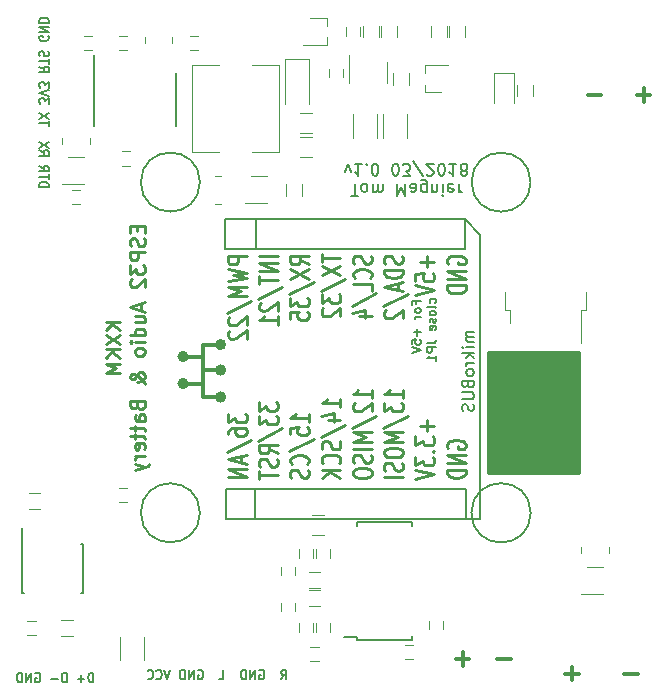
<source format=gbo>
G04 #@! TF.FileFunction,Legend,Bot*
%FSLAX46Y46*%
G04 Gerber Fmt 4.6, Leading zero omitted, Abs format (unit mm)*
G04 Created by KiCad (PCBNEW 4.0.7) date Fri Mar 16 09:41:33 2018*
%MOMM*%
%LPD*%
G01*
G04 APERTURE LIST*
%ADD10C,0.100000*%
%ADD11C,0.200000*%
%ADD12C,0.250000*%
%ADD13C,0.150000*%
%ADD14C,0.300000*%
%ADD15C,0.304800*%
%ADD16C,0.508000*%
%ADD17C,0.120000*%
%ADD18C,0.254000*%
G04 APERTURE END LIST*
D10*
D11*
X29559524Y41602381D02*
X30130953Y41602381D01*
X29845238Y42602381D02*
X29845238Y41602381D01*
X30607143Y42602381D02*
X30511905Y42554762D01*
X30464286Y42507143D01*
X30416667Y42411905D01*
X30416667Y42126190D01*
X30464286Y42030952D01*
X30511905Y41983333D01*
X30607143Y41935714D01*
X30750001Y41935714D01*
X30845239Y41983333D01*
X30892858Y42030952D01*
X30940477Y42126190D01*
X30940477Y42411905D01*
X30892858Y42507143D01*
X30845239Y42554762D01*
X30750001Y42602381D01*
X30607143Y42602381D01*
X31369048Y42602381D02*
X31369048Y41935714D01*
X31369048Y42030952D02*
X31416667Y41983333D01*
X31511905Y41935714D01*
X31654763Y41935714D01*
X31750001Y41983333D01*
X31797620Y42078571D01*
X31797620Y42602381D01*
X31797620Y42078571D02*
X31845239Y41983333D01*
X31940477Y41935714D01*
X32083334Y41935714D01*
X32178572Y41983333D01*
X32226191Y42078571D01*
X32226191Y42602381D01*
X33464286Y42602381D02*
X33464286Y41602381D01*
X33797620Y42316667D01*
X34130953Y41602381D01*
X34130953Y42602381D01*
X35035715Y42602381D02*
X35035715Y42078571D01*
X34988096Y41983333D01*
X34892858Y41935714D01*
X34702381Y41935714D01*
X34607143Y41983333D01*
X35035715Y42554762D02*
X34940477Y42602381D01*
X34702381Y42602381D01*
X34607143Y42554762D01*
X34559524Y42459524D01*
X34559524Y42364286D01*
X34607143Y42269048D01*
X34702381Y42221429D01*
X34940477Y42221429D01*
X35035715Y42173810D01*
X35940477Y41935714D02*
X35940477Y42745238D01*
X35892858Y42840476D01*
X35845239Y42888095D01*
X35750000Y42935714D01*
X35607143Y42935714D01*
X35511905Y42888095D01*
X35940477Y42554762D02*
X35845239Y42602381D01*
X35654762Y42602381D01*
X35559524Y42554762D01*
X35511905Y42507143D01*
X35464286Y42411905D01*
X35464286Y42126190D01*
X35511905Y42030952D01*
X35559524Y41983333D01*
X35654762Y41935714D01*
X35845239Y41935714D01*
X35940477Y41983333D01*
X36416667Y41935714D02*
X36416667Y42602381D01*
X36416667Y42030952D02*
X36464286Y41983333D01*
X36559524Y41935714D01*
X36702382Y41935714D01*
X36797620Y41983333D01*
X36845239Y42078571D01*
X36845239Y42602381D01*
X37321429Y42602381D02*
X37321429Y41935714D01*
X37321429Y41602381D02*
X37273810Y41650000D01*
X37321429Y41697619D01*
X37369048Y41650000D01*
X37321429Y41602381D01*
X37321429Y41697619D01*
X38178572Y42554762D02*
X38083334Y42602381D01*
X37892857Y42602381D01*
X37797619Y42554762D01*
X37750000Y42459524D01*
X37750000Y42078571D01*
X37797619Y41983333D01*
X37892857Y41935714D01*
X38083334Y41935714D01*
X38178572Y41983333D01*
X38226191Y42078571D01*
X38226191Y42173810D01*
X37750000Y42269048D01*
X38654762Y42602381D02*
X38654762Y41935714D01*
X38654762Y42126190D02*
X38702381Y42030952D01*
X38750000Y41983333D01*
X38845238Y41935714D01*
X38940477Y41935714D01*
X29059524Y43635714D02*
X29297619Y44302381D01*
X29535715Y43635714D01*
X30440477Y44302381D02*
X29869048Y44302381D01*
X30154762Y44302381D02*
X30154762Y43302381D01*
X30059524Y43445238D01*
X29964286Y43540476D01*
X29869048Y43588095D01*
X30869048Y44207143D02*
X30916667Y44254762D01*
X30869048Y44302381D01*
X30821429Y44254762D01*
X30869048Y44207143D01*
X30869048Y44302381D01*
X31535714Y43302381D02*
X31630953Y43302381D01*
X31726191Y43350000D01*
X31773810Y43397619D01*
X31821429Y43492857D01*
X31869048Y43683333D01*
X31869048Y43921429D01*
X31821429Y44111905D01*
X31773810Y44207143D01*
X31726191Y44254762D01*
X31630953Y44302381D01*
X31535714Y44302381D01*
X31440476Y44254762D01*
X31392857Y44207143D01*
X31345238Y44111905D01*
X31297619Y43921429D01*
X31297619Y43683333D01*
X31345238Y43492857D01*
X31392857Y43397619D01*
X31440476Y43350000D01*
X31535714Y43302381D01*
X33250000Y43302381D02*
X33345239Y43302381D01*
X33440477Y43350000D01*
X33488096Y43397619D01*
X33535715Y43492857D01*
X33583334Y43683333D01*
X33583334Y43921429D01*
X33535715Y44111905D01*
X33488096Y44207143D01*
X33440477Y44254762D01*
X33345239Y44302381D01*
X33250000Y44302381D01*
X33154762Y44254762D01*
X33107143Y44207143D01*
X33059524Y44111905D01*
X33011905Y43921429D01*
X33011905Y43683333D01*
X33059524Y43492857D01*
X33107143Y43397619D01*
X33154762Y43350000D01*
X33250000Y43302381D01*
X33916667Y43302381D02*
X34535715Y43302381D01*
X34202381Y43683333D01*
X34345239Y43683333D01*
X34440477Y43730952D01*
X34488096Y43778571D01*
X34535715Y43873810D01*
X34535715Y44111905D01*
X34488096Y44207143D01*
X34440477Y44254762D01*
X34345239Y44302381D01*
X34059524Y44302381D01*
X33964286Y44254762D01*
X33916667Y44207143D01*
X35678572Y43254762D02*
X34821429Y44540476D01*
X35964286Y43397619D02*
X36011905Y43350000D01*
X36107143Y43302381D01*
X36345239Y43302381D01*
X36440477Y43350000D01*
X36488096Y43397619D01*
X36535715Y43492857D01*
X36535715Y43588095D01*
X36488096Y43730952D01*
X35916667Y44302381D01*
X36535715Y44302381D01*
X37154762Y43302381D02*
X37250001Y43302381D01*
X37345239Y43350000D01*
X37392858Y43397619D01*
X37440477Y43492857D01*
X37488096Y43683333D01*
X37488096Y43921429D01*
X37440477Y44111905D01*
X37392858Y44207143D01*
X37345239Y44254762D01*
X37250001Y44302381D01*
X37154762Y44302381D01*
X37059524Y44254762D01*
X37011905Y44207143D01*
X36964286Y44111905D01*
X36916667Y43921429D01*
X36916667Y43683333D01*
X36964286Y43492857D01*
X37011905Y43397619D01*
X37059524Y43350000D01*
X37154762Y43302381D01*
X38440477Y44302381D02*
X37869048Y44302381D01*
X38154762Y44302381D02*
X38154762Y43302381D01*
X38059524Y43445238D01*
X37964286Y43540476D01*
X37869048Y43588095D01*
X39011905Y43730952D02*
X38916667Y43683333D01*
X38869048Y43635714D01*
X38821429Y43540476D01*
X38821429Y43492857D01*
X38869048Y43397619D01*
X38916667Y43350000D01*
X39011905Y43302381D01*
X39202382Y43302381D01*
X39297620Y43350000D01*
X39345239Y43397619D01*
X39392858Y43492857D01*
X39392858Y43540476D01*
X39345239Y43635714D01*
X39297620Y43683333D01*
X39202382Y43730952D01*
X39011905Y43730952D01*
X38916667Y43778571D01*
X38869048Y43826190D01*
X38821429Y43921429D01*
X38821429Y44111905D01*
X38869048Y44207143D01*
X38916667Y44254762D01*
X39011905Y44302381D01*
X39202382Y44302381D01*
X39297620Y44254762D01*
X39345239Y44207143D01*
X39392858Y44111905D01*
X39392858Y43921429D01*
X39345239Y43826190D01*
X39297620Y43778571D01*
X39202382Y43730952D01*
D12*
X10017857Y30921429D02*
X8817857Y30921429D01*
X10017857Y30235714D02*
X9332143Y30750000D01*
X8817857Y30235714D02*
X9503571Y30921429D01*
X8817857Y29835714D02*
X10017857Y29035714D01*
X8817857Y29035714D02*
X10017857Y29835714D01*
X10017857Y28578572D02*
X8817857Y28578572D01*
X10017857Y27892857D02*
X9332143Y28407143D01*
X8817857Y27892857D02*
X9503571Y28578572D01*
X10017857Y27378572D02*
X8817857Y27378572D01*
X9675000Y26978572D01*
X8817857Y26578572D01*
X10017857Y26578572D01*
X11439286Y39035713D02*
X11439286Y38635713D01*
X12067857Y38464284D02*
X12067857Y39035713D01*
X10867857Y39035713D01*
X10867857Y38464284D01*
X12010714Y38007142D02*
X12067857Y37835713D01*
X12067857Y37549999D01*
X12010714Y37435713D01*
X11953571Y37378570D01*
X11839286Y37321427D01*
X11725000Y37321427D01*
X11610714Y37378570D01*
X11553571Y37435713D01*
X11496429Y37549999D01*
X11439286Y37778570D01*
X11382143Y37892856D01*
X11325000Y37949999D01*
X11210714Y38007142D01*
X11096429Y38007142D01*
X10982143Y37949999D01*
X10925000Y37892856D01*
X10867857Y37778570D01*
X10867857Y37492856D01*
X10925000Y37321427D01*
X12067857Y36807142D02*
X10867857Y36807142D01*
X10867857Y36349999D01*
X10925000Y36235713D01*
X10982143Y36178570D01*
X11096429Y36121427D01*
X11267857Y36121427D01*
X11382143Y36178570D01*
X11439286Y36235713D01*
X11496429Y36349999D01*
X11496429Y36807142D01*
X10867857Y35721427D02*
X10867857Y34978570D01*
X11325000Y35378570D01*
X11325000Y35207142D01*
X11382143Y35092856D01*
X11439286Y35035713D01*
X11553571Y34978570D01*
X11839286Y34978570D01*
X11953571Y35035713D01*
X12010714Y35092856D01*
X12067857Y35207142D01*
X12067857Y35549999D01*
X12010714Y35664285D01*
X11953571Y35721427D01*
X10982143Y34521428D02*
X10925000Y34464285D01*
X10867857Y34349999D01*
X10867857Y34064285D01*
X10925000Y33949999D01*
X10982143Y33892856D01*
X11096429Y33835713D01*
X11210714Y33835713D01*
X11382143Y33892856D01*
X12067857Y34578570D01*
X12067857Y33835713D01*
X11725000Y32464285D02*
X11725000Y31892856D01*
X12067857Y32578570D02*
X10867857Y32178570D01*
X12067857Y31778570D01*
X11267857Y30864285D02*
X12067857Y30864285D01*
X11267857Y31378571D02*
X11896429Y31378571D01*
X12010714Y31321428D01*
X12067857Y31207142D01*
X12067857Y31035714D01*
X12010714Y30921428D01*
X11953571Y30864285D01*
X12067857Y29778571D02*
X10867857Y29778571D01*
X12010714Y29778571D02*
X12067857Y29892857D01*
X12067857Y30121428D01*
X12010714Y30235714D01*
X11953571Y30292857D01*
X11839286Y30350000D01*
X11496429Y30350000D01*
X11382143Y30292857D01*
X11325000Y30235714D01*
X11267857Y30121428D01*
X11267857Y29892857D01*
X11325000Y29778571D01*
X12067857Y29207143D02*
X11267857Y29207143D01*
X10867857Y29207143D02*
X10925000Y29264286D01*
X10982143Y29207143D01*
X10925000Y29150000D01*
X10867857Y29207143D01*
X10982143Y29207143D01*
X12067857Y28464285D02*
X12010714Y28578571D01*
X11953571Y28635714D01*
X11839286Y28692857D01*
X11496429Y28692857D01*
X11382143Y28635714D01*
X11325000Y28578571D01*
X11267857Y28464285D01*
X11267857Y28292857D01*
X11325000Y28178571D01*
X11382143Y28121428D01*
X11496429Y28064285D01*
X11839286Y28064285D01*
X11953571Y28121428D01*
X12010714Y28178571D01*
X12067857Y28292857D01*
X12067857Y28464285D01*
X12067857Y25664285D02*
X12067857Y25721428D01*
X12010714Y25835714D01*
X11839286Y26007142D01*
X11496429Y26292857D01*
X11325000Y26407142D01*
X11153571Y26464285D01*
X11039286Y26464285D01*
X10925000Y26407142D01*
X10867857Y26292857D01*
X10867857Y26235714D01*
X10925000Y26121428D01*
X11039286Y26064285D01*
X11096429Y26064285D01*
X11210714Y26121428D01*
X11267857Y26178571D01*
X11496429Y26521428D01*
X11553571Y26578571D01*
X11667857Y26635714D01*
X11839286Y26635714D01*
X11953571Y26578571D01*
X12010714Y26521428D01*
X12067857Y26407142D01*
X12067857Y26235714D01*
X12010714Y26121428D01*
X11953571Y26064285D01*
X11725000Y25892857D01*
X11553571Y25835714D01*
X11439286Y25835714D01*
X11439286Y23835714D02*
X11496429Y23664285D01*
X11553571Y23607142D01*
X11667857Y23549999D01*
X11839286Y23549999D01*
X11953571Y23607142D01*
X12010714Y23664285D01*
X12067857Y23778571D01*
X12067857Y24235714D01*
X10867857Y24235714D01*
X10867857Y23835714D01*
X10925000Y23721428D01*
X10982143Y23664285D01*
X11096429Y23607142D01*
X11210714Y23607142D01*
X11325000Y23664285D01*
X11382143Y23721428D01*
X11439286Y23835714D01*
X11439286Y24235714D01*
X12067857Y22521428D02*
X11439286Y22521428D01*
X11325000Y22578571D01*
X11267857Y22692857D01*
X11267857Y22921428D01*
X11325000Y23035714D01*
X12010714Y22521428D02*
X12067857Y22635714D01*
X12067857Y22921428D01*
X12010714Y23035714D01*
X11896429Y23092857D01*
X11782143Y23092857D01*
X11667857Y23035714D01*
X11610714Y22921428D01*
X11610714Y22635714D01*
X11553571Y22521428D01*
X11267857Y22121428D02*
X11267857Y21664285D01*
X10867857Y21950000D02*
X11896429Y21950000D01*
X12010714Y21892857D01*
X12067857Y21778571D01*
X12067857Y21664285D01*
X11267857Y21435714D02*
X11267857Y20978571D01*
X10867857Y21264286D02*
X11896429Y21264286D01*
X12010714Y21207143D01*
X12067857Y21092857D01*
X12067857Y20978571D01*
X12010714Y20121429D02*
X12067857Y20235715D01*
X12067857Y20464286D01*
X12010714Y20578572D01*
X11896429Y20635715D01*
X11439286Y20635715D01*
X11325000Y20578572D01*
X11267857Y20464286D01*
X11267857Y20235715D01*
X11325000Y20121429D01*
X11439286Y20064286D01*
X11553571Y20064286D01*
X11667857Y20635715D01*
X12067857Y19550001D02*
X11267857Y19550001D01*
X11496429Y19550001D02*
X11382143Y19492858D01*
X11325000Y19435715D01*
X11267857Y19321429D01*
X11267857Y19207144D01*
X11267857Y18921429D02*
X12067857Y18635715D01*
X11267857Y18350001D02*
X12067857Y18635715D01*
X12353571Y18750001D01*
X12410714Y18807144D01*
X12467857Y18921429D01*
D13*
X35058929Y32428572D02*
X35058929Y32678572D01*
X35451786Y32678572D02*
X34701786Y32678572D01*
X34701786Y32321429D01*
X35451786Y31928572D02*
X35416071Y32000000D01*
X35380357Y32035715D01*
X35308929Y32071429D01*
X35094643Y32071429D01*
X35023214Y32035715D01*
X34987500Y32000000D01*
X34951786Y31928572D01*
X34951786Y31821429D01*
X34987500Y31750000D01*
X35023214Y31714286D01*
X35094643Y31678572D01*
X35308929Y31678572D01*
X35380357Y31714286D01*
X35416071Y31750000D01*
X35451786Y31821429D01*
X35451786Y31928572D01*
X35451786Y31357144D02*
X34951786Y31357144D01*
X35094643Y31357144D02*
X35023214Y31321429D01*
X34987500Y31285715D01*
X34951786Y31214286D01*
X34951786Y31142858D01*
X35166071Y30321429D02*
X35166071Y29750000D01*
X35451786Y30035714D02*
X34880357Y30035714D01*
X34701786Y29035715D02*
X34701786Y29392858D01*
X35058929Y29428572D01*
X35023214Y29392858D01*
X34987500Y29321429D01*
X34987500Y29142858D01*
X35023214Y29071429D01*
X35058929Y29035715D01*
X35130357Y29000000D01*
X35308929Y29000000D01*
X35380357Y29035715D01*
X35416071Y29071429D01*
X35451786Y29142858D01*
X35451786Y29321429D01*
X35416071Y29392858D01*
X35380357Y29428572D01*
X34701786Y28785714D02*
X35451786Y28535714D01*
X34701786Y28285714D01*
X36691071Y32535714D02*
X36726786Y32607143D01*
X36726786Y32750000D01*
X36691071Y32821428D01*
X36655357Y32857143D01*
X36583929Y32892857D01*
X36369643Y32892857D01*
X36298214Y32857143D01*
X36262500Y32821428D01*
X36226786Y32750000D01*
X36226786Y32607143D01*
X36262500Y32535714D01*
X36726786Y32107143D02*
X36691071Y32178571D01*
X36619643Y32214286D01*
X35976786Y32214286D01*
X36726786Y31714286D02*
X36691071Y31785714D01*
X36655357Y31821429D01*
X36583929Y31857143D01*
X36369643Y31857143D01*
X36298214Y31821429D01*
X36262500Y31785714D01*
X36226786Y31714286D01*
X36226786Y31607143D01*
X36262500Y31535714D01*
X36298214Y31500000D01*
X36369643Y31464286D01*
X36583929Y31464286D01*
X36655357Y31500000D01*
X36691071Y31535714D01*
X36726786Y31607143D01*
X36726786Y31714286D01*
X36691071Y31178572D02*
X36726786Y31107143D01*
X36726786Y30964286D01*
X36691071Y30892858D01*
X36619643Y30857143D01*
X36583929Y30857143D01*
X36512500Y30892858D01*
X36476786Y30964286D01*
X36476786Y31071429D01*
X36441071Y31142858D01*
X36369643Y31178572D01*
X36333929Y31178572D01*
X36262500Y31142858D01*
X36226786Y31071429D01*
X36226786Y30964286D01*
X36262500Y30892858D01*
X36691071Y30250000D02*
X36726786Y30321429D01*
X36726786Y30464286D01*
X36691071Y30535715D01*
X36619643Y30571429D01*
X36333929Y30571429D01*
X36262500Y30535715D01*
X36226786Y30464286D01*
X36226786Y30321429D01*
X36262500Y30250000D01*
X36333929Y30214286D01*
X36405357Y30214286D01*
X36476786Y30571429D01*
X35976786Y29107143D02*
X36512500Y29107143D01*
X36619643Y29142857D01*
X36691071Y29214286D01*
X36726786Y29321429D01*
X36726786Y29392857D01*
X36726786Y28750000D02*
X35976786Y28750000D01*
X35976786Y28464285D01*
X36012500Y28392857D01*
X36048214Y28357142D01*
X36119643Y28321428D01*
X36226786Y28321428D01*
X36298214Y28357142D01*
X36333929Y28392857D01*
X36369643Y28464285D01*
X36369643Y28750000D01*
X36726786Y27607142D02*
X36726786Y28035714D01*
X36726786Y27821428D02*
X35976786Y27821428D01*
X36083929Y27892857D01*
X36155357Y27964285D01*
X36191071Y28035714D01*
D12*
X19098810Y23157142D02*
X19098810Y22414285D01*
X19708333Y22814285D01*
X19708333Y22642857D01*
X19784524Y22528571D01*
X19860714Y22471428D01*
X20013095Y22414285D01*
X20394048Y22414285D01*
X20546429Y22471428D01*
X20622619Y22528571D01*
X20698810Y22642857D01*
X20698810Y22985714D01*
X20622619Y23100000D01*
X20546429Y23157142D01*
X19098810Y21385714D02*
X19098810Y21614285D01*
X19175000Y21728571D01*
X19251190Y21785714D01*
X19479762Y21900000D01*
X19784524Y21957143D01*
X20394048Y21957143D01*
X20546429Y21900000D01*
X20622619Y21842857D01*
X20698810Y21728571D01*
X20698810Y21500000D01*
X20622619Y21385714D01*
X20546429Y21328571D01*
X20394048Y21271428D01*
X20013095Y21271428D01*
X19860714Y21328571D01*
X19784524Y21385714D01*
X19708333Y21500000D01*
X19708333Y21728571D01*
X19784524Y21842857D01*
X19860714Y21900000D01*
X20013095Y21957143D01*
X19022619Y19900000D02*
X21079762Y20928571D01*
X20241667Y19557143D02*
X20241667Y18985714D01*
X20698810Y19671428D02*
X19098810Y19271428D01*
X20698810Y18871428D01*
X20698810Y18471429D02*
X19098810Y18471429D01*
X20698810Y17785714D01*
X19098810Y17785714D01*
X21748810Y24128571D02*
X21748810Y23385714D01*
X22358333Y23785714D01*
X22358333Y23614286D01*
X22434524Y23500000D01*
X22510714Y23442857D01*
X22663095Y23385714D01*
X23044048Y23385714D01*
X23196429Y23442857D01*
X23272619Y23500000D01*
X23348810Y23614286D01*
X23348810Y23957143D01*
X23272619Y24071429D01*
X23196429Y24128571D01*
X21748810Y22985714D02*
X21748810Y22242857D01*
X22358333Y22642857D01*
X22358333Y22471429D01*
X22434524Y22357143D01*
X22510714Y22300000D01*
X22663095Y22242857D01*
X23044048Y22242857D01*
X23196429Y22300000D01*
X23272619Y22357143D01*
X23348810Y22471429D01*
X23348810Y22814286D01*
X23272619Y22928572D01*
X23196429Y22985714D01*
X21672619Y20871429D02*
X23729762Y21900000D01*
X23348810Y19785714D02*
X22586905Y20185714D01*
X23348810Y20471429D02*
X21748810Y20471429D01*
X21748810Y20014286D01*
X21825000Y19900000D01*
X21901190Y19842857D01*
X22053571Y19785714D01*
X22282143Y19785714D01*
X22434524Y19842857D01*
X22510714Y19900000D01*
X22586905Y20014286D01*
X22586905Y20471429D01*
X23272619Y19328572D02*
X23348810Y19157143D01*
X23348810Y18871429D01*
X23272619Y18757143D01*
X23196429Y18700000D01*
X23044048Y18642857D01*
X22891667Y18642857D01*
X22739286Y18700000D01*
X22663095Y18757143D01*
X22586905Y18871429D01*
X22510714Y19100000D01*
X22434524Y19214286D01*
X22358333Y19271429D01*
X22205952Y19328572D01*
X22053571Y19328572D01*
X21901190Y19271429D01*
X21825000Y19214286D01*
X21748810Y19100000D01*
X21748810Y18814286D01*
X21825000Y18642857D01*
X21748810Y18300000D02*
X21748810Y17614286D01*
X23348810Y17957143D02*
X21748810Y17957143D01*
X25998810Y22471428D02*
X25998810Y23157143D01*
X25998810Y22814285D02*
X24398810Y22814285D01*
X24627381Y22928571D01*
X24779762Y23042857D01*
X24855952Y23157143D01*
X24398810Y21385714D02*
X24398810Y21957143D01*
X25160714Y22014286D01*
X25084524Y21957143D01*
X25008333Y21842857D01*
X25008333Y21557143D01*
X25084524Y21442857D01*
X25160714Y21385714D01*
X25313095Y21328571D01*
X25694048Y21328571D01*
X25846429Y21385714D01*
X25922619Y21442857D01*
X25998810Y21557143D01*
X25998810Y21842857D01*
X25922619Y21957143D01*
X25846429Y22014286D01*
X24322619Y19957143D02*
X26379762Y20985714D01*
X25846429Y18871428D02*
X25922619Y18928571D01*
X25998810Y19100000D01*
X25998810Y19214286D01*
X25922619Y19385714D01*
X25770238Y19500000D01*
X25617857Y19557143D01*
X25313095Y19614286D01*
X25084524Y19614286D01*
X24779762Y19557143D01*
X24627381Y19500000D01*
X24475000Y19385714D01*
X24398810Y19214286D01*
X24398810Y19100000D01*
X24475000Y18928571D01*
X24551190Y18871428D01*
X25922619Y18414286D02*
X25998810Y18242857D01*
X25998810Y17957143D01*
X25922619Y17842857D01*
X25846429Y17785714D01*
X25694048Y17728571D01*
X25541667Y17728571D01*
X25389286Y17785714D01*
X25313095Y17842857D01*
X25236905Y17957143D01*
X25160714Y18185714D01*
X25084524Y18300000D01*
X25008333Y18357143D01*
X24855952Y18414286D01*
X24703571Y18414286D01*
X24551190Y18357143D01*
X24475000Y18300000D01*
X24398810Y18185714D01*
X24398810Y17900000D01*
X24475000Y17728571D01*
X28648810Y23671428D02*
X28648810Y24357143D01*
X28648810Y24014285D02*
X27048810Y24014285D01*
X27277381Y24128571D01*
X27429762Y24242857D01*
X27505952Y24357143D01*
X27582143Y22642857D02*
X28648810Y22642857D01*
X26972619Y22928571D02*
X28115476Y23214286D01*
X28115476Y22471428D01*
X26972619Y21157143D02*
X29029762Y22185714D01*
X28572619Y20814286D02*
X28648810Y20642857D01*
X28648810Y20357143D01*
X28572619Y20242857D01*
X28496429Y20185714D01*
X28344048Y20128571D01*
X28191667Y20128571D01*
X28039286Y20185714D01*
X27963095Y20242857D01*
X27886905Y20357143D01*
X27810714Y20585714D01*
X27734524Y20700000D01*
X27658333Y20757143D01*
X27505952Y20814286D01*
X27353571Y20814286D01*
X27201190Y20757143D01*
X27125000Y20700000D01*
X27048810Y20585714D01*
X27048810Y20300000D01*
X27125000Y20128571D01*
X28496429Y18928571D02*
X28572619Y18985714D01*
X28648810Y19157143D01*
X28648810Y19271429D01*
X28572619Y19442857D01*
X28420238Y19557143D01*
X28267857Y19614286D01*
X27963095Y19671429D01*
X27734524Y19671429D01*
X27429762Y19614286D01*
X27277381Y19557143D01*
X27125000Y19442857D01*
X27048810Y19271429D01*
X27048810Y19157143D01*
X27125000Y18985714D01*
X27201190Y18928571D01*
X28648810Y18414286D02*
X27048810Y18414286D01*
X28648810Y17728571D02*
X27734524Y18242857D01*
X27048810Y17728571D02*
X27963095Y18414286D01*
X31298810Y24471429D02*
X31298810Y25157144D01*
X31298810Y24814286D02*
X29698810Y24814286D01*
X29927381Y24928572D01*
X30079762Y25042858D01*
X30155952Y25157144D01*
X29851190Y24014287D02*
X29775000Y23957144D01*
X29698810Y23842858D01*
X29698810Y23557144D01*
X29775000Y23442858D01*
X29851190Y23385715D01*
X30003571Y23328572D01*
X30155952Y23328572D01*
X30384524Y23385715D01*
X31298810Y24071429D01*
X31298810Y23328572D01*
X29622619Y21957144D02*
X31679762Y22985715D01*
X31298810Y21557144D02*
X29698810Y21557144D01*
X30841667Y21157144D01*
X29698810Y20757144D01*
X31298810Y20757144D01*
X31298810Y20185715D02*
X29698810Y20185715D01*
X31222619Y19671429D02*
X31298810Y19500000D01*
X31298810Y19214286D01*
X31222619Y19100000D01*
X31146429Y19042857D01*
X30994048Y18985714D01*
X30841667Y18985714D01*
X30689286Y19042857D01*
X30613095Y19100000D01*
X30536905Y19214286D01*
X30460714Y19442857D01*
X30384524Y19557143D01*
X30308333Y19614286D01*
X30155952Y19671429D01*
X30003571Y19671429D01*
X29851190Y19614286D01*
X29775000Y19557143D01*
X29698810Y19442857D01*
X29698810Y19157143D01*
X29775000Y18985714D01*
X29698810Y18242857D02*
X29698810Y18014286D01*
X29775000Y17900000D01*
X29927381Y17785714D01*
X30232143Y17728572D01*
X30765476Y17728572D01*
X31070238Y17785714D01*
X31222619Y17900000D01*
X31298810Y18014286D01*
X31298810Y18242857D01*
X31222619Y18357143D01*
X31070238Y18471429D01*
X30765476Y18528572D01*
X30232143Y18528572D01*
X29927381Y18471429D01*
X29775000Y18357143D01*
X29698810Y18242857D01*
X33948810Y24471429D02*
X33948810Y25157144D01*
X33948810Y24814286D02*
X32348810Y24814286D01*
X32577381Y24928572D01*
X32729762Y25042858D01*
X32805952Y25157144D01*
X32348810Y24071429D02*
X32348810Y23328572D01*
X32958333Y23728572D01*
X32958333Y23557144D01*
X33034524Y23442858D01*
X33110714Y23385715D01*
X33263095Y23328572D01*
X33644048Y23328572D01*
X33796429Y23385715D01*
X33872619Y23442858D01*
X33948810Y23557144D01*
X33948810Y23900001D01*
X33872619Y24014287D01*
X33796429Y24071429D01*
X32272619Y21957144D02*
X34329762Y22985715D01*
X33948810Y21557144D02*
X32348810Y21557144D01*
X33491667Y21157144D01*
X32348810Y20757144D01*
X33948810Y20757144D01*
X32348810Y19957143D02*
X32348810Y19728572D01*
X32425000Y19614286D01*
X32577381Y19500000D01*
X32882143Y19442858D01*
X33415476Y19442858D01*
X33720238Y19500000D01*
X33872619Y19614286D01*
X33948810Y19728572D01*
X33948810Y19957143D01*
X33872619Y20071429D01*
X33720238Y20185715D01*
X33415476Y20242858D01*
X32882143Y20242858D01*
X32577381Y20185715D01*
X32425000Y20071429D01*
X32348810Y19957143D01*
X33872619Y18985715D02*
X33948810Y18814286D01*
X33948810Y18528572D01*
X33872619Y18414286D01*
X33796429Y18357143D01*
X33644048Y18300000D01*
X33491667Y18300000D01*
X33339286Y18357143D01*
X33263095Y18414286D01*
X33186905Y18528572D01*
X33110714Y18757143D01*
X33034524Y18871429D01*
X32958333Y18928572D01*
X32805952Y18985715D01*
X32653571Y18985715D01*
X32501190Y18928572D01*
X32425000Y18871429D01*
X32348810Y18757143D01*
X32348810Y18471429D01*
X32425000Y18300000D01*
X33948810Y17785715D02*
X32348810Y17785715D01*
X35989286Y22585714D02*
X35989286Y21671428D01*
X36598810Y22128571D02*
X35379762Y22128571D01*
X34998810Y21214285D02*
X34998810Y20471428D01*
X35608333Y20871428D01*
X35608333Y20700000D01*
X35684524Y20585714D01*
X35760714Y20528571D01*
X35913095Y20471428D01*
X36294048Y20471428D01*
X36446429Y20528571D01*
X36522619Y20585714D01*
X36598810Y20700000D01*
X36598810Y21042857D01*
X36522619Y21157143D01*
X36446429Y21214285D01*
X36446429Y19957143D02*
X36522619Y19900000D01*
X36598810Y19957143D01*
X36522619Y20014286D01*
X36446429Y19957143D01*
X36598810Y19957143D01*
X34998810Y19499999D02*
X34998810Y18757142D01*
X35608333Y19157142D01*
X35608333Y18985714D01*
X35684524Y18871428D01*
X35760714Y18814285D01*
X35913095Y18757142D01*
X36294048Y18757142D01*
X36446429Y18814285D01*
X36522619Y18871428D01*
X36598810Y18985714D01*
X36598810Y19328571D01*
X36522619Y19442857D01*
X36446429Y19499999D01*
X34998810Y18414285D02*
X36598810Y18014285D01*
X34998810Y17614285D01*
X37725000Y20242857D02*
X37648810Y20357143D01*
X37648810Y20528572D01*
X37725000Y20700000D01*
X37877381Y20814286D01*
X38029762Y20871429D01*
X38334524Y20928572D01*
X38563095Y20928572D01*
X38867857Y20871429D01*
X39020238Y20814286D01*
X39172619Y20700000D01*
X39248810Y20528572D01*
X39248810Y20414286D01*
X39172619Y20242857D01*
X39096429Y20185714D01*
X38563095Y20185714D01*
X38563095Y20414286D01*
X39248810Y19671429D02*
X37648810Y19671429D01*
X39248810Y18985714D01*
X37648810Y18985714D01*
X39248810Y18414286D02*
X37648810Y18414286D01*
X37648810Y18128571D01*
X37725000Y17957143D01*
X37877381Y17842857D01*
X38029762Y17785714D01*
X38334524Y17728571D01*
X38563095Y17728571D01*
X38867857Y17785714D01*
X39020238Y17842857D01*
X39172619Y17957143D01*
X39248810Y18128571D01*
X39248810Y18414286D01*
X20698810Y36464286D02*
X19098810Y36464286D01*
X19098810Y36007143D01*
X19175000Y35892857D01*
X19251190Y35835714D01*
X19403571Y35778571D01*
X19632143Y35778571D01*
X19784524Y35835714D01*
X19860714Y35892857D01*
X19936905Y36007143D01*
X19936905Y36464286D01*
X19098810Y35378571D02*
X20698810Y35092857D01*
X19555952Y34864286D01*
X20698810Y34635714D01*
X19098810Y34350000D01*
X20698810Y33892857D02*
X19098810Y33892857D01*
X20241667Y33492857D01*
X19098810Y33092857D01*
X20698810Y33092857D01*
X19022619Y31664285D02*
X21079762Y32692856D01*
X19251190Y31321428D02*
X19175000Y31264285D01*
X19098810Y31149999D01*
X19098810Y30864285D01*
X19175000Y30749999D01*
X19251190Y30692856D01*
X19403571Y30635713D01*
X19555952Y30635713D01*
X19784524Y30692856D01*
X20698810Y31378570D01*
X20698810Y30635713D01*
X19251190Y30178571D02*
X19175000Y30121428D01*
X19098810Y30007142D01*
X19098810Y29721428D01*
X19175000Y29607142D01*
X19251190Y29549999D01*
X19403571Y29492856D01*
X19555952Y29492856D01*
X19784524Y29549999D01*
X20698810Y30235713D01*
X20698810Y29492856D01*
X23348810Y36464286D02*
X21748810Y36464286D01*
X23348810Y35892857D02*
X21748810Y35892857D01*
X23348810Y35207142D01*
X21748810Y35207142D01*
X21748810Y34807142D02*
X21748810Y34121428D01*
X23348810Y34464285D02*
X21748810Y34464285D01*
X21672619Y32864285D02*
X23729762Y33892856D01*
X21901190Y32521428D02*
X21825000Y32464285D01*
X21748810Y32349999D01*
X21748810Y32064285D01*
X21825000Y31949999D01*
X21901190Y31892856D01*
X22053571Y31835713D01*
X22205952Y31835713D01*
X22434524Y31892856D01*
X23348810Y32578570D01*
X23348810Y31835713D01*
X23348810Y30692856D02*
X23348810Y31378571D01*
X23348810Y31035713D02*
X21748810Y31035713D01*
X21977381Y31149999D01*
X22129762Y31264285D01*
X22205952Y31378571D01*
X25998810Y35778571D02*
X25236905Y36178571D01*
X25998810Y36464286D02*
X24398810Y36464286D01*
X24398810Y36007143D01*
X24475000Y35892857D01*
X24551190Y35835714D01*
X24703571Y35778571D01*
X24932143Y35778571D01*
X25084524Y35835714D01*
X25160714Y35892857D01*
X25236905Y36007143D01*
X25236905Y36464286D01*
X24398810Y35378571D02*
X25998810Y34578571D01*
X24398810Y34578571D02*
X25998810Y35378571D01*
X24322619Y33264286D02*
X26379762Y34292857D01*
X24398810Y32978571D02*
X24398810Y32235714D01*
X25008333Y32635714D01*
X25008333Y32464286D01*
X25084524Y32350000D01*
X25160714Y32292857D01*
X25313095Y32235714D01*
X25694048Y32235714D01*
X25846429Y32292857D01*
X25922619Y32350000D01*
X25998810Y32464286D01*
X25998810Y32807143D01*
X25922619Y32921429D01*
X25846429Y32978571D01*
X24398810Y31150000D02*
X24398810Y31721429D01*
X25160714Y31778572D01*
X25084524Y31721429D01*
X25008333Y31607143D01*
X25008333Y31321429D01*
X25084524Y31207143D01*
X25160714Y31150000D01*
X25313095Y31092857D01*
X25694048Y31092857D01*
X25846429Y31150000D01*
X25922619Y31207143D01*
X25998810Y31321429D01*
X25998810Y31607143D01*
X25922619Y31721429D01*
X25846429Y31778572D01*
X27048810Y36635714D02*
X27048810Y35950000D01*
X28648810Y36292857D02*
X27048810Y36292857D01*
X27048810Y35664285D02*
X28648810Y34864285D01*
X27048810Y34864285D02*
X28648810Y35664285D01*
X26972619Y33550000D02*
X29029762Y34578571D01*
X27048810Y33264285D02*
X27048810Y32521428D01*
X27658333Y32921428D01*
X27658333Y32750000D01*
X27734524Y32635714D01*
X27810714Y32578571D01*
X27963095Y32521428D01*
X28344048Y32521428D01*
X28496429Y32578571D01*
X28572619Y32635714D01*
X28648810Y32750000D01*
X28648810Y33092857D01*
X28572619Y33207143D01*
X28496429Y33264285D01*
X27201190Y32064286D02*
X27125000Y32007143D01*
X27048810Y31892857D01*
X27048810Y31607143D01*
X27125000Y31492857D01*
X27201190Y31435714D01*
X27353571Y31378571D01*
X27505952Y31378571D01*
X27734524Y31435714D01*
X28648810Y32121428D01*
X28648810Y31378571D01*
X31222619Y36521429D02*
X31298810Y36350000D01*
X31298810Y36064286D01*
X31222619Y35950000D01*
X31146429Y35892857D01*
X30994048Y35835714D01*
X30841667Y35835714D01*
X30689286Y35892857D01*
X30613095Y35950000D01*
X30536905Y36064286D01*
X30460714Y36292857D01*
X30384524Y36407143D01*
X30308333Y36464286D01*
X30155952Y36521429D01*
X30003571Y36521429D01*
X29851190Y36464286D01*
X29775000Y36407143D01*
X29698810Y36292857D01*
X29698810Y36007143D01*
X29775000Y35835714D01*
X31146429Y34635714D02*
X31222619Y34692857D01*
X31298810Y34864286D01*
X31298810Y34978572D01*
X31222619Y35150000D01*
X31070238Y35264286D01*
X30917857Y35321429D01*
X30613095Y35378572D01*
X30384524Y35378572D01*
X30079762Y35321429D01*
X29927381Y35264286D01*
X29775000Y35150000D01*
X29698810Y34978572D01*
X29698810Y34864286D01*
X29775000Y34692857D01*
X29851190Y34635714D01*
X31298810Y33550000D02*
X31298810Y34121429D01*
X29698810Y34121429D01*
X29622619Y32292857D02*
X31679762Y33321428D01*
X30232143Y31378571D02*
X31298810Y31378571D01*
X29622619Y31664285D02*
X30765476Y31950000D01*
X30765476Y31207142D01*
X33872619Y36521429D02*
X33948810Y36350000D01*
X33948810Y36064286D01*
X33872619Y35950000D01*
X33796429Y35892857D01*
X33644048Y35835714D01*
X33491667Y35835714D01*
X33339286Y35892857D01*
X33263095Y35950000D01*
X33186905Y36064286D01*
X33110714Y36292857D01*
X33034524Y36407143D01*
X32958333Y36464286D01*
X32805952Y36521429D01*
X32653571Y36521429D01*
X32501190Y36464286D01*
X32425000Y36407143D01*
X32348810Y36292857D01*
X32348810Y36007143D01*
X32425000Y35835714D01*
X33948810Y35321429D02*
X32348810Y35321429D01*
X32348810Y35035714D01*
X32425000Y34864286D01*
X32577381Y34750000D01*
X32729762Y34692857D01*
X33034524Y34635714D01*
X33263095Y34635714D01*
X33567857Y34692857D01*
X33720238Y34750000D01*
X33872619Y34864286D01*
X33948810Y35035714D01*
X33948810Y35321429D01*
X33491667Y34178572D02*
X33491667Y33607143D01*
X33948810Y34292857D02*
X32348810Y33892857D01*
X33948810Y33492857D01*
X32272619Y32235715D02*
X34329762Y33264286D01*
X32501190Y31892858D02*
X32425000Y31835715D01*
X32348810Y31721429D01*
X32348810Y31435715D01*
X32425000Y31321429D01*
X32501190Y31264286D01*
X32653571Y31207143D01*
X32805952Y31207143D01*
X33034524Y31264286D01*
X33948810Y31950000D01*
X33948810Y31207143D01*
X35989286Y36464286D02*
X35989286Y35550000D01*
X36598810Y36007143D02*
X35379762Y36007143D01*
X34998810Y34407143D02*
X34998810Y34978572D01*
X35760714Y35035715D01*
X35684524Y34978572D01*
X35608333Y34864286D01*
X35608333Y34578572D01*
X35684524Y34464286D01*
X35760714Y34407143D01*
X35913095Y34350000D01*
X36294048Y34350000D01*
X36446429Y34407143D01*
X36522619Y34464286D01*
X36598810Y34578572D01*
X36598810Y34864286D01*
X36522619Y34978572D01*
X36446429Y35035715D01*
X34998810Y34007143D02*
X36598810Y33607143D01*
X34998810Y33207143D01*
X37725000Y35835714D02*
X37648810Y35950000D01*
X37648810Y36121429D01*
X37725000Y36292857D01*
X37877381Y36407143D01*
X38029762Y36464286D01*
X38334524Y36521429D01*
X38563095Y36521429D01*
X38867857Y36464286D01*
X39020238Y36407143D01*
X39172619Y36292857D01*
X39248810Y36121429D01*
X39248810Y36007143D01*
X39172619Y35835714D01*
X39096429Y35778571D01*
X38563095Y35778571D01*
X38563095Y36007143D01*
X39248810Y35264286D02*
X37648810Y35264286D01*
X39248810Y34578571D01*
X37648810Y34578571D01*
X39248810Y34007143D02*
X37648810Y34007143D01*
X37648810Y33721428D01*
X37725000Y33550000D01*
X37877381Y33435714D01*
X38029762Y33378571D01*
X38334524Y33321428D01*
X38563095Y33321428D01*
X38867857Y33378571D01*
X39020238Y33435714D01*
X39172619Y33550000D01*
X39248810Y33721428D01*
X39248810Y34007143D01*
D11*
X39952381Y30083333D02*
X39285714Y30083333D01*
X39380952Y30083333D02*
X39333333Y30035714D01*
X39285714Y29940476D01*
X39285714Y29797618D01*
X39333333Y29702380D01*
X39428571Y29654761D01*
X39952381Y29654761D01*
X39428571Y29654761D02*
X39333333Y29607142D01*
X39285714Y29511904D01*
X39285714Y29369047D01*
X39333333Y29273809D01*
X39428571Y29226190D01*
X39952381Y29226190D01*
X39952381Y28750000D02*
X39285714Y28750000D01*
X38952381Y28750000D02*
X39000000Y28797619D01*
X39047619Y28750000D01*
X39000000Y28702381D01*
X38952381Y28750000D01*
X39047619Y28750000D01*
X39952381Y28273810D02*
X38952381Y28273810D01*
X39571429Y28178572D02*
X39952381Y27892857D01*
X39285714Y27892857D02*
X39666667Y28273810D01*
X39952381Y27464286D02*
X39285714Y27464286D01*
X39476190Y27464286D02*
X39380952Y27416667D01*
X39333333Y27369048D01*
X39285714Y27273810D01*
X39285714Y27178571D01*
X39952381Y26702381D02*
X39904762Y26797619D01*
X39857143Y26845238D01*
X39761905Y26892857D01*
X39476190Y26892857D01*
X39380952Y26845238D01*
X39333333Y26797619D01*
X39285714Y26702381D01*
X39285714Y26559523D01*
X39333333Y26464285D01*
X39380952Y26416666D01*
X39476190Y26369047D01*
X39761905Y26369047D01*
X39857143Y26416666D01*
X39904762Y26464285D01*
X39952381Y26559523D01*
X39952381Y26702381D01*
X39428571Y25607142D02*
X39476190Y25464285D01*
X39523810Y25416666D01*
X39619048Y25369047D01*
X39761905Y25369047D01*
X39857143Y25416666D01*
X39904762Y25464285D01*
X39952381Y25559523D01*
X39952381Y25940476D01*
X38952381Y25940476D01*
X38952381Y25607142D01*
X39000000Y25511904D01*
X39047619Y25464285D01*
X39142857Y25416666D01*
X39238095Y25416666D01*
X39333333Y25464285D01*
X39380952Y25511904D01*
X39428571Y25607142D01*
X39428571Y25940476D01*
X38952381Y24940476D02*
X39761905Y24940476D01*
X39857143Y24892857D01*
X39904762Y24845238D01*
X39952381Y24750000D01*
X39952381Y24559523D01*
X39904762Y24464285D01*
X39857143Y24416666D01*
X39761905Y24369047D01*
X38952381Y24369047D01*
X39904762Y23940476D02*
X39952381Y23797619D01*
X39952381Y23559523D01*
X39904762Y23464285D01*
X39857143Y23416666D01*
X39761905Y23369047D01*
X39666667Y23369047D01*
X39571429Y23416666D01*
X39523810Y23464285D01*
X39476190Y23559523D01*
X39428571Y23750000D01*
X39380952Y23845238D01*
X39333333Y23892857D01*
X39238095Y23940476D01*
X39142857Y23940476D01*
X39047619Y23892857D01*
X39000000Y23845238D01*
X38952381Y23750000D01*
X38952381Y23511904D01*
X39000000Y23369047D01*
D13*
X7714286Y388095D02*
X7714286Y1188095D01*
X7535714Y1188095D01*
X7428571Y1150000D01*
X7357143Y1073810D01*
X7321428Y997619D01*
X7285714Y845238D01*
X7285714Y730952D01*
X7321428Y578571D01*
X7357143Y502381D01*
X7428571Y426190D01*
X7535714Y388095D01*
X7714286Y388095D01*
X6964286Y692857D02*
X6392857Y692857D01*
X6678571Y388095D02*
X6678571Y997619D01*
X5464286Y388095D02*
X5464286Y1188095D01*
X5285714Y1188095D01*
X5178571Y1150000D01*
X5107143Y1073810D01*
X5071428Y997619D01*
X5035714Y845238D01*
X5035714Y730952D01*
X5071428Y578571D01*
X5107143Y502381D01*
X5178571Y426190D01*
X5285714Y388095D01*
X5464286Y388095D01*
X4714286Y692857D02*
X4142857Y692857D01*
X2821428Y1150000D02*
X2892857Y1188095D01*
X3000000Y1188095D01*
X3107143Y1150000D01*
X3178571Y1073810D01*
X3214286Y997619D01*
X3250000Y845238D01*
X3250000Y730952D01*
X3214286Y578571D01*
X3178571Y502381D01*
X3107143Y426190D01*
X3000000Y388095D01*
X2928571Y388095D01*
X2821428Y426190D01*
X2785714Y464286D01*
X2785714Y730952D01*
X2928571Y730952D01*
X2464286Y388095D02*
X2464286Y1188095D01*
X2035714Y388095D01*
X2035714Y1188095D01*
X1678572Y388095D02*
X1678572Y1188095D01*
X1500000Y1188095D01*
X1392857Y1150000D01*
X1321429Y1073810D01*
X1285714Y997619D01*
X1250000Y845238D01*
X1250000Y730952D01*
X1285714Y578571D01*
X1321429Y502381D01*
X1392857Y426190D01*
X1500000Y388095D01*
X1678572Y388095D01*
X23642858Y638095D02*
X23892858Y1019048D01*
X24071430Y638095D02*
X24071430Y1438095D01*
X23785715Y1438095D01*
X23714287Y1400000D01*
X23678572Y1361905D01*
X23642858Y1285714D01*
X23642858Y1171429D01*
X23678572Y1095238D01*
X23714287Y1057143D01*
X23785715Y1019048D01*
X24071430Y1019048D01*
X21785714Y1400000D02*
X21857143Y1438095D01*
X21964286Y1438095D01*
X22071429Y1400000D01*
X22142857Y1323810D01*
X22178572Y1247619D01*
X22214286Y1095238D01*
X22214286Y980952D01*
X22178572Y828571D01*
X22142857Y752381D01*
X22071429Y676190D01*
X21964286Y638095D01*
X21892857Y638095D01*
X21785714Y676190D01*
X21750000Y714286D01*
X21750000Y980952D01*
X21892857Y980952D01*
X21428572Y638095D02*
X21428572Y1438095D01*
X21000000Y638095D01*
X21000000Y1438095D01*
X20642858Y638095D02*
X20642858Y1438095D01*
X20464286Y1438095D01*
X20357143Y1400000D01*
X20285715Y1323810D01*
X20250000Y1247619D01*
X20214286Y1095238D01*
X20214286Y980952D01*
X20250000Y828571D01*
X20285715Y752381D01*
X20357143Y676190D01*
X20464286Y638095D01*
X20642858Y638095D01*
X18392857Y638095D02*
X18750000Y638095D01*
X18750000Y1438095D01*
X16607141Y1400000D02*
X16678570Y1438095D01*
X16785713Y1438095D01*
X16892856Y1400000D01*
X16964284Y1323810D01*
X16999999Y1247619D01*
X17035713Y1095238D01*
X17035713Y980952D01*
X16999999Y828571D01*
X16964284Y752381D01*
X16892856Y676190D01*
X16785713Y638095D01*
X16714284Y638095D01*
X16607141Y676190D01*
X16571427Y714286D01*
X16571427Y980952D01*
X16714284Y980952D01*
X16249999Y638095D02*
X16249999Y1438095D01*
X15821427Y638095D01*
X15821427Y1438095D01*
X15464285Y638095D02*
X15464285Y1438095D01*
X15285713Y1438095D01*
X15178570Y1400000D01*
X15107142Y1323810D01*
X15071427Y1247619D01*
X15035713Y1095238D01*
X15035713Y980952D01*
X15071427Y828571D01*
X15107142Y752381D01*
X15178570Y676190D01*
X15285713Y638095D01*
X15464285Y638095D01*
X14249998Y1438095D02*
X13999998Y638095D01*
X13749998Y1438095D01*
X13071427Y714286D02*
X13107141Y676190D01*
X13214284Y638095D01*
X13285713Y638095D01*
X13392856Y676190D01*
X13464284Y752381D01*
X13499999Y828571D01*
X13535713Y980952D01*
X13535713Y1095238D01*
X13499999Y1247619D01*
X13464284Y1323810D01*
X13392856Y1400000D01*
X13285713Y1438095D01*
X13214284Y1438095D01*
X13107141Y1400000D01*
X13071427Y1361905D01*
X12321427Y714286D02*
X12357141Y676190D01*
X12464284Y638095D01*
X12535713Y638095D01*
X12642856Y676190D01*
X12714284Y752381D01*
X12749999Y828571D01*
X12785713Y980952D01*
X12785713Y1095238D01*
X12749999Y1247619D01*
X12714284Y1323810D01*
X12642856Y1400000D01*
X12535713Y1438095D01*
X12464284Y1438095D01*
X12357141Y1400000D01*
X12321427Y1361905D01*
D14*
X43071428Y2392857D02*
X41928571Y2392857D01*
X39571428Y2392857D02*
X38428571Y2392857D01*
X39000000Y1821429D02*
X39000000Y2964286D01*
X53821428Y1142857D02*
X52678571Y1142857D01*
X48821428Y1142857D02*
X47678571Y1142857D01*
X48250000Y571429D02*
X48250000Y1714286D01*
D13*
X3138095Y42357140D02*
X3938095Y42357140D01*
X3938095Y42535712D01*
X3900000Y42642855D01*
X3823810Y42714283D01*
X3747619Y42749998D01*
X3595238Y42785712D01*
X3480952Y42785712D01*
X3328571Y42749998D01*
X3252381Y42714283D01*
X3176190Y42642855D01*
X3138095Y42535712D01*
X3138095Y42357140D01*
X3938095Y42999998D02*
X3938095Y43428569D01*
X3138095Y43214283D02*
X3938095Y43214283D01*
X3138095Y44107141D02*
X3519048Y43857141D01*
X3138095Y43678569D02*
X3938095Y43678569D01*
X3938095Y43964284D01*
X3900000Y44035712D01*
X3861905Y44071427D01*
X3785714Y44107141D01*
X3671429Y44107141D01*
X3595238Y44071427D01*
X3557143Y44035712D01*
X3519048Y43964284D01*
X3519048Y43678569D01*
X3138095Y45428570D02*
X3519048Y45178570D01*
X3138095Y44999998D02*
X3938095Y44999998D01*
X3938095Y45285713D01*
X3900000Y45357141D01*
X3861905Y45392856D01*
X3785714Y45428570D01*
X3671429Y45428570D01*
X3595238Y45392856D01*
X3557143Y45357141D01*
X3519048Y45285713D01*
X3519048Y44999998D01*
X3938095Y45678570D02*
X3138095Y46178570D01*
X3938095Y46178570D02*
X3138095Y45678570D01*
X3938095Y47500000D02*
X3938095Y47928571D01*
X3138095Y47714285D02*
X3938095Y47714285D01*
X3938095Y48107143D02*
X3138095Y48607143D01*
X3938095Y48607143D02*
X3138095Y48107143D01*
X3938095Y49392858D02*
X3938095Y49857144D01*
X3633333Y49607144D01*
X3633333Y49714286D01*
X3595238Y49785715D01*
X3557143Y49821429D01*
X3480952Y49857144D01*
X3290476Y49857144D01*
X3214286Y49821429D01*
X3176190Y49785715D01*
X3138095Y49714286D01*
X3138095Y49500001D01*
X3176190Y49428572D01*
X3214286Y49392858D01*
X3938095Y50071430D02*
X3138095Y50321430D01*
X3938095Y50571430D01*
X3938095Y50750001D02*
X3938095Y51214287D01*
X3633333Y50964287D01*
X3633333Y51071429D01*
X3595238Y51142858D01*
X3557143Y51178572D01*
X3480952Y51214287D01*
X3290476Y51214287D01*
X3214286Y51178572D01*
X3176190Y51142858D01*
X3138095Y51071429D01*
X3138095Y50857144D01*
X3176190Y50785715D01*
X3214286Y50750001D01*
X3138095Y52535716D02*
X3519048Y52285716D01*
X3138095Y52107144D02*
X3938095Y52107144D01*
X3938095Y52392859D01*
X3900000Y52464287D01*
X3861905Y52500002D01*
X3785714Y52535716D01*
X3671429Y52535716D01*
X3595238Y52500002D01*
X3557143Y52464287D01*
X3519048Y52392859D01*
X3519048Y52107144D01*
X3938095Y52750002D02*
X3938095Y53178573D01*
X3138095Y52964287D02*
X3938095Y52964287D01*
X3176190Y53392859D02*
X3138095Y53500002D01*
X3138095Y53678573D01*
X3176190Y53750002D01*
X3214286Y53785716D01*
X3290476Y53821431D01*
X3366667Y53821431D01*
X3442857Y53785716D01*
X3480952Y53750002D01*
X3519048Y53678573D01*
X3557143Y53535716D01*
X3595238Y53464288D01*
X3633333Y53428573D01*
X3709524Y53392859D01*
X3785714Y53392859D01*
X3861905Y53428573D01*
X3900000Y53464288D01*
X3938095Y53535716D01*
X3938095Y53714288D01*
X3900000Y53821431D01*
X3900000Y55107146D02*
X3938095Y55035717D01*
X3938095Y54928574D01*
X3900000Y54821431D01*
X3823810Y54750003D01*
X3747619Y54714288D01*
X3595238Y54678574D01*
X3480952Y54678574D01*
X3328571Y54714288D01*
X3252381Y54750003D01*
X3176190Y54821431D01*
X3138095Y54928574D01*
X3138095Y55000003D01*
X3176190Y55107146D01*
X3214286Y55142860D01*
X3480952Y55142860D01*
X3480952Y55000003D01*
X3138095Y55464288D02*
X3938095Y55464288D01*
X3138095Y55892860D01*
X3938095Y55892860D01*
X3138095Y56250002D02*
X3938095Y56250002D01*
X3938095Y56428574D01*
X3900000Y56535717D01*
X3823810Y56607145D01*
X3747619Y56642860D01*
X3595238Y56678574D01*
X3480952Y56678574D01*
X3328571Y56642860D01*
X3252381Y56607145D01*
X3176190Y56535717D01*
X3138095Y56428574D01*
X3138095Y56250002D01*
D14*
X54892857Y50142857D02*
X53750000Y50142857D01*
X54321429Y49571429D02*
X54321429Y50714286D01*
X50750000Y50142857D02*
X49607143Y50142857D01*
D11*
X16750000Y42750000D02*
G75*
G03X16750000Y42750000I-2500000J0D01*
G01*
X44750000Y42750000D02*
G75*
G03X44750000Y42750000I-2500000J0D01*
G01*
X16750000Y14750000D02*
G75*
G03X16750000Y14750000I-2500000J0D01*
G01*
X44762469Y14750000D02*
G75*
G03X44762469Y14750000I-2512469J0D01*
G01*
D13*
X40510000Y14250000D02*
X39260000Y14250000D01*
X40510000Y38300000D02*
X40510000Y14250000D01*
X39210000Y39600000D02*
X40510000Y38300000D01*
X21460000Y14250000D02*
X21460000Y16750000D01*
X39260000Y14250000D02*
X18960000Y14250000D01*
X39260000Y16750000D02*
X39260000Y14250000D01*
X18960000Y16750000D02*
X39260000Y16750000D01*
X18960000Y14250000D02*
X18960000Y16750000D01*
X21510000Y39600000D02*
X21510000Y37100000D01*
X39210000Y37100000D02*
X18910000Y37100000D01*
X39210000Y39600000D02*
X39210000Y37100000D01*
X18910000Y39600000D02*
X39210000Y39600000D01*
X18910000Y37100000D02*
X18910000Y39600000D01*
D15*
X16980200Y28994000D02*
X16980200Y27978000D01*
X16980200Y27978000D02*
X16980200Y26835000D01*
X16980200Y26835000D02*
X16980200Y25692000D01*
X16980200Y25692000D02*
X16980200Y24549000D01*
X16980200Y28994000D02*
X18504200Y28994000D01*
X16980200Y26835000D02*
X18504200Y26835000D01*
X16980200Y24549000D02*
X18504200Y24549000D01*
X16980200Y27978000D02*
X15329200Y27978000D01*
X16980200Y25692000D02*
X15329200Y25692000D01*
D16*
X15557800Y27978000D02*
G75*
G03X15557800Y27978000I-228600J0D01*
G01*
X18732800Y28994000D02*
G75*
G03X18732800Y28994000I-228600J0D01*
G01*
X18732800Y26835000D02*
G75*
G03X18732800Y26835000I-228600J0D01*
G01*
X18732800Y24549000D02*
G75*
G03X18732800Y24549000I-228600J0D01*
G01*
X15557800Y25692000D02*
G75*
G03X15557800Y25692000I-228600J0D01*
G01*
D17*
X5900000Y40900000D02*
X6600000Y40900000D01*
X6600000Y42100000D02*
X5900000Y42100000D01*
X9900000Y15650000D02*
X10600000Y15650000D01*
X10600000Y16850000D02*
X9900000Y16850000D01*
X2150000Y4400000D02*
X2850000Y4400000D01*
X2850000Y5600000D02*
X2150000Y5600000D01*
X32230000Y46500000D02*
X32230000Y48500000D01*
X34270000Y48500000D02*
X34270000Y46500000D01*
X29730000Y46500000D02*
X29730000Y48500000D01*
X31770000Y48500000D02*
X31770000Y46500000D01*
X28850000Y51650000D02*
X28850000Y52350000D01*
X27650000Y52350000D02*
X27650000Y51650000D01*
X29150000Y55850000D02*
X29150000Y55150000D01*
X30350000Y55150000D02*
X30350000Y55850000D01*
X26250000Y46900000D02*
X25250000Y46900000D01*
X25250000Y48600000D02*
X26250000Y48600000D01*
X26250000Y44900000D02*
X25250000Y44900000D01*
X25250000Y46600000D02*
X26250000Y46600000D01*
X27250000Y12900000D02*
X26250000Y12900000D01*
X26250000Y14600000D02*
X27250000Y14600000D01*
X26306908Y10951016D02*
X26306908Y11651016D01*
X25106908Y11651016D02*
X25106908Y10951016D01*
X26106908Y2201016D02*
X26806908Y2201016D01*
X26806908Y3401016D02*
X26106908Y3401016D01*
X34100000Y2400000D02*
X34800000Y2400000D01*
X34800000Y3600000D02*
X34100000Y3600000D01*
X26606908Y11651016D02*
X26606908Y10951016D01*
X27806908Y10951016D02*
X27806908Y11651016D01*
X26606908Y5401016D02*
X26606908Y4701016D01*
X27806908Y4701016D02*
X27806908Y5401016D01*
X26306908Y4701016D02*
X26306908Y5401016D01*
X25106908Y5401016D02*
X25106908Y4701016D01*
X37350000Y4900000D02*
X37350000Y5600000D01*
X36150000Y5600000D02*
X36150000Y4900000D01*
X24806908Y9451016D02*
X24806908Y10151016D01*
X23606908Y10151016D02*
X23606908Y9451016D01*
X23606908Y7151016D02*
X23606908Y6451016D01*
X24806908Y6451016D02*
X24806908Y7151016D01*
X16600000Y55100000D02*
X15900000Y55100000D01*
X15900000Y53900000D02*
X16600000Y53900000D01*
X9900000Y53900000D02*
X10600000Y53900000D01*
X10600000Y55100000D02*
X9900000Y55100000D01*
X10850000Y45350000D02*
X10150000Y45350000D01*
X10150000Y44150000D02*
X10850000Y44150000D01*
X7600000Y55100000D02*
X6900000Y55100000D01*
X6900000Y53900000D02*
X7600000Y53900000D01*
X35770000Y51000000D02*
X35770000Y50340000D01*
X35770000Y52660000D02*
X35770000Y52000000D01*
X35770000Y52660000D02*
X37800000Y52660000D01*
X37180000Y50340000D02*
X35770000Y50340000D01*
X41650000Y52000000D02*
X43350000Y52000000D01*
X43350000Y52000000D02*
X43350000Y49450000D01*
X41650000Y52000000D02*
X41650000Y49450000D01*
X27480000Y56000000D02*
X27480000Y56660000D01*
X27480000Y54340000D02*
X27480000Y55000000D01*
X27480000Y54340000D02*
X25450000Y54340000D01*
X26070000Y56660000D02*
X27480000Y56660000D01*
X21150000Y45300000D02*
X23450000Y45300000D01*
X23450000Y45300000D02*
X23450000Y52700000D01*
X23450000Y52700000D02*
X21150000Y52700000D01*
X18350000Y52700000D02*
X16050000Y52700000D01*
X16050000Y52700000D02*
X16050000Y45300000D01*
X16050000Y45300000D02*
X18350000Y45300000D01*
X6950000Y42590000D02*
X5050000Y42590000D01*
X5550000Y44910000D02*
X6950000Y44910000D01*
X50900000Y7840000D02*
X49000000Y7840000D01*
X49500000Y10160000D02*
X50900000Y10160000D01*
X22450000Y40940000D02*
X20550000Y40940000D01*
X21050000Y43260000D02*
X22450000Y43260000D01*
X5000000Y4320000D02*
X6000000Y4320000D01*
X6000000Y5680000D02*
X5000000Y5680000D01*
X44930000Y50000000D02*
X44930000Y51000000D01*
X43570000Y51000000D02*
X43570000Y50000000D01*
X30570000Y56000000D02*
X30570000Y55000000D01*
X31930000Y55000000D02*
X31930000Y56000000D01*
X33430000Y55000000D02*
X33430000Y56000000D01*
X32070000Y56000000D02*
X32070000Y55000000D01*
X25430000Y41600000D02*
X25430000Y42600000D01*
X24070000Y42600000D02*
X24070000Y41600000D01*
X26956908Y8231016D02*
X25956908Y8231016D01*
X25956908Y6871016D02*
X26956908Y6871016D01*
X26956908Y9731016D02*
X25956908Y9731016D01*
X25956908Y8371016D02*
X26956908Y8371016D01*
X37820000Y56000000D02*
X37820000Y55000000D01*
X39180000Y55000000D02*
X39180000Y56000000D01*
X37680000Y55000000D02*
X37680000Y56000000D01*
X36320000Y56000000D02*
X36320000Y55000000D01*
X49020000Y11350000D02*
X49020000Y11850000D01*
X51380000Y11350000D02*
X51380000Y11850000D01*
D13*
X1675000Y12075000D02*
X1725000Y12075000D01*
X1675000Y7925000D02*
X1820000Y7925000D01*
X6825000Y7925000D02*
X6680000Y7925000D01*
X6825000Y12075000D02*
X6680000Y12075000D01*
X1675000Y12075000D02*
X1675000Y7925000D01*
X6825000Y12075000D02*
X6825000Y7925000D01*
X1725000Y12075000D02*
X1725000Y13475000D01*
D17*
X32610000Y52900000D02*
X32610000Y51100000D01*
X29390000Y51100000D02*
X29390000Y53550000D01*
D13*
X30036909Y4011016D02*
X30036909Y4236016D01*
X34686909Y4011016D02*
X34686909Y4336016D01*
X34686909Y13961016D02*
X34686909Y13636016D01*
X30036909Y13961016D02*
X30036909Y13636016D01*
X30036909Y4011016D02*
X34686909Y4011016D01*
X30036909Y13961016D02*
X34686909Y13961016D01*
X30036909Y4236016D02*
X28961909Y4236016D01*
X14700000Y51975000D02*
X14700000Y47525000D01*
X7800000Y53500000D02*
X7800000Y47525000D01*
D17*
X49450000Y33430000D02*
X49450000Y31930000D01*
X49450000Y31930000D02*
X48980000Y31930000D01*
X48980000Y31930000D02*
X48980000Y29100000D01*
X42550000Y33430000D02*
X42550000Y31930000D01*
X42550000Y31930000D02*
X43020000Y31930000D01*
X43020000Y31930000D02*
X43020000Y30830000D01*
X18550000Y40920000D02*
X18050000Y40920000D01*
X18550000Y43280000D02*
X18050000Y43280000D01*
X5070000Y46000000D02*
X5070000Y46500000D01*
X7430000Y46000000D02*
X7430000Y46500000D01*
X14430000Y55000000D02*
X14430000Y54500000D01*
X12070000Y55000000D02*
X12070000Y54500000D01*
X24000000Y53200000D02*
X26000000Y53200000D01*
X26000000Y53200000D02*
X26000000Y49350000D01*
X24000000Y53200000D02*
X24000000Y49350000D01*
X12020000Y4250000D02*
X12020000Y2250000D01*
X9980000Y2250000D02*
X9980000Y4250000D01*
X33070000Y52000000D02*
X33070000Y51000000D01*
X34430000Y51000000D02*
X34430000Y52000000D01*
X3250000Y16430000D02*
X2250000Y16430000D01*
X2250000Y15070000D02*
X3250000Y15070000D01*
D18*
G36*
X48873000Y18127000D02*
X41127000Y18127000D01*
X41127000Y28373000D01*
X48873000Y28373000D01*
X48873000Y18127000D01*
X48873000Y18127000D01*
G37*
X48873000Y18127000D02*
X41127000Y18127000D01*
X41127000Y28373000D01*
X48873000Y28373000D01*
X48873000Y18127000D01*
M02*

</source>
